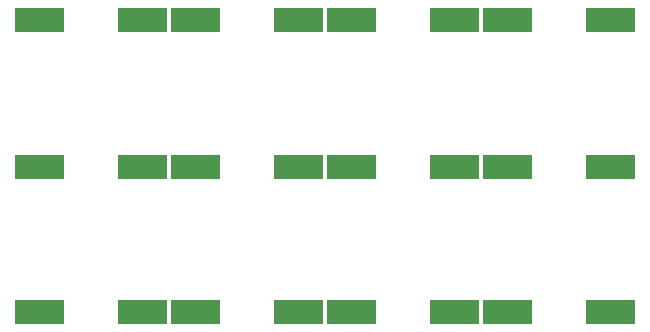
<source format=gbr>
G04 start of page 14 for group -4014 idx -4014 *
G04 Title: fet12v2, bottompaste *
G04 Creator: pcb 20140316 *
G04 CreationDate: Wed 13 Jun 2018 07:35:06 AM GMT UTC *
G04 For: brian *
G04 Format: Gerber/RS-274X *
G04 PCB-Dimensions (mil): 6000.00 5000.00 *
G04 PCB-Coordinate-Origin: lower left *
%MOIN*%
%FSLAX25Y25*%
%LNBOTTOMPASTE*%
%ADD158R,0.0787X0.0787*%
G54D158*X178240Y70000D02*X186508D01*
X212492D02*X220760D01*
X56492D02*X64760D01*
X22240D02*X30508D01*
X74240D02*X82508D01*
X108492D02*X116760D01*
X56492Y167500D02*X64760D01*
X22240D02*X30508D01*
X160492Y118500D02*X168760D01*
X126240D02*X134508D01*
X74240D02*X82508D01*
X108492D02*X116760D01*
X178240D02*X186508D01*
X212492D02*X220760D01*
X160492Y70000D02*X168760D01*
X126240D02*X134508D01*
X56492Y118500D02*X64760D01*
X22240D02*X30508D01*
X178240Y167500D02*X186508D01*
X212492D02*X220760D01*
X160492D02*X168760D01*
X126240D02*X134508D01*
X74240D02*X82508D01*
X108492D02*X116760D01*
M02*

</source>
